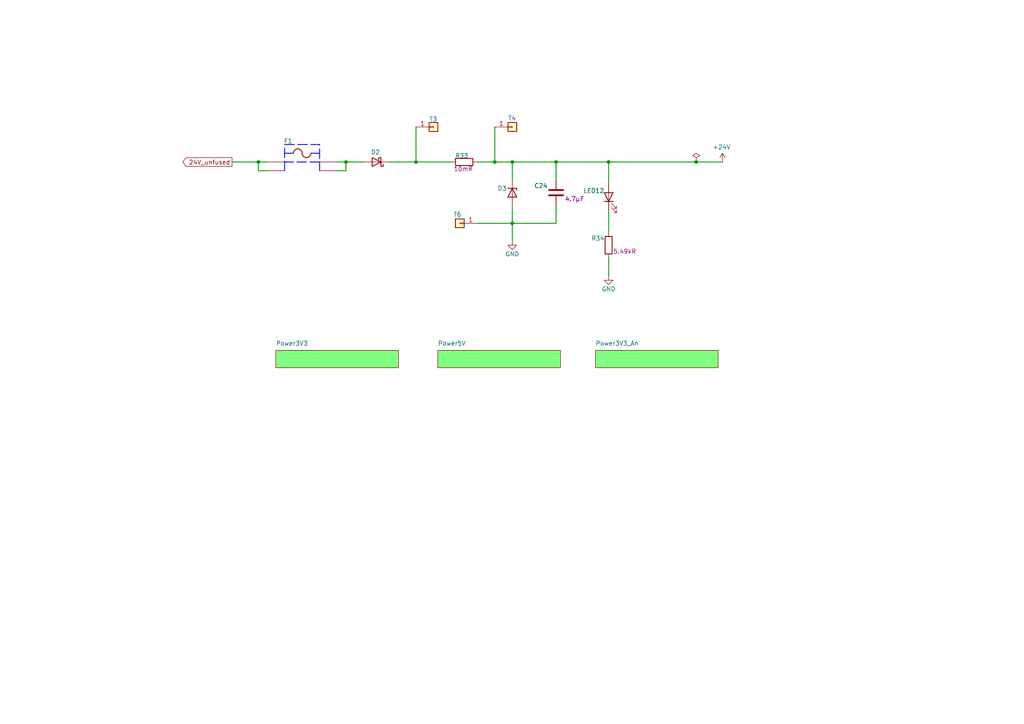
<source format=kicad_sch>
(kicad_sch (version 20231120) (generator "eeschema") (generator_version "8.0")
  (paper "A4")
  (title_block (title "Power") (rev "1"))
  (lib_symbols
    (symbol "Connector_Generic:Conn_01x01" (pin_names (offset 1.016) hide)
      (property "Reference" "J" (at 0 2.54 0))
      (property "Value" "Conn_01x01" (at 0 -2.54 0))
      (symbol "Conn_01x01_1_1"
        (rectangle (start -1.27 0.127) (end 0 -0.127) (stroke (width 0.1524)))
        (rectangle (start -1.27 1.27) (end 1.27 -1.27) (stroke (width 0.254)) (fill (type background)))
        (pin passive line (at -5.08 0 0) (length 3.81) (name "Pin_1") (number "1"))
      )
    )
    (symbol "Device:C" (pin_numbers hide) (pin_names (offset 0.254))
      (property "Reference" "C" (at 0.635 2.54 0))
      (property "Value" "C" (at 0.635 -2.54 0))
      (symbol "C_0_1"
        (polyline (pts (xy -2.032 -0.762) (xy 2.032 -0.762)) (stroke (width 0.508)))
        (polyline (pts (xy -2.032 0.762) (xy 2.032 0.762)) (stroke (width 0.508)))
      )
      (symbol "C_1_1"
        (pin passive line (at 0 3.81 270) (length 2.794) (name "~") (number "1"))
        (pin passive line (at 0 -3.81 90) (length 2.794) (name "~") (number "2"))
      )
    )
    (symbol "Device:D_Schottky" (pin_numbers hide) (pin_names (offset 1.016) hide)
      (property "Reference" "D" (at 0 2.54 0))
      (property "Value" "D_Schottky" (at 0 -2.54 0))
      (symbol "D_Schottky_0_1"
        (polyline (pts (xy 1.27 0) (xy -1.27 0)))
        (polyline (pts (xy 1.27 1.27) (xy 1.27 -1.27) (xy -1.27 0) (xy 1.27 1.27)) (stroke (width 0.254)))
        (polyline (pts (xy -1.905 0.635) (xy -1.905 1.27) (xy -1.27 1.27) (xy -1.27 -1.27) (xy -0.635 -1.27) (xy -0.635 -0.635)) (stroke (width 0.254)))
      )
      (symbol "D_Schottky_1_1"
        (pin passive line (at -3.81 0 0) (length 2.54) (name "K") (number "1"))
        (pin passive line (at 3.81 0 180) (length 2.54) (name "A") (number "2"))
      )
    )
    (symbol "Device:D_Zener" (pin_numbers hide) (pin_names (offset 1.016) hide)
      (property "Reference" "D" (at 0 2.54 0))
      (property "Value" "D_Zener" (at 0 -2.54 0))
      (symbol "D_Zener_0_1"
        (polyline (pts (xy 1.27 0) (xy -1.27 0)))
        (polyline (pts (xy -1.27 -1.27) (xy -1.27 1.27) (xy -0.762 1.27)) (stroke (width 0.254)))
        (polyline (pts (xy 1.27 -1.27) (xy 1.27 1.27) (xy -1.27 0) (xy 1.27 -1.27)) (stroke (width 0.254)))
      )
      (symbol "D_Zener_1_1"
        (pin passive line (at -3.81 0 0) (length 2.54) (name "K") (number "1"))
        (pin passive line (at 3.81 0 180) (length 2.54) (name "A") (number "2"))
      )
    )
    (symbol "Device:LED" (pin_numbers hide) (pin_names (offset 1.016) hide)
      (property "Reference" "D" (at 0 2.54 0))
      (property "Value" "LED" (at 0 -2.54 0))
      (symbol "LED_0_1"
        (polyline (pts (xy -1.27 -1.27) (xy -1.27 1.27)) (stroke (width 0.254)))
        (polyline (pts (xy -1.27 0) (xy 1.27 0)))
        (polyline (pts (xy 1.27 -1.27) (xy 1.27 1.27) (xy -1.27 0) (xy 1.27 -1.27)) (stroke (width 0.254)))
        (polyline (pts (xy -3.048 -0.762) (xy -4.572 -2.286) (xy -3.81 -2.286) (xy -4.572 -2.286) (xy -4.572 -1.524)))
        (polyline (pts (xy -1.778 -0.762) (xy -3.302 -2.286) (xy -2.54 -2.286) (xy -3.302 -2.286) (xy -3.302 -1.524)))
      )
      (symbol "LED_1_1"
        (pin passive line (at -3.81 0 0) (length 2.54) (name "K") (number "1"))
        (pin passive line (at 3.81 0 180) (length 2.54) (name "A") (number "2"))
      )
    )
    (symbol "Device:R" (pin_numbers hide) (pin_names (offset 0))
      (property "Reference" "R" (at 2.032 0 90))
      (property "Value" "R" (at 0 0 90))
      (symbol "R_0_1"
        (rectangle (start -1.016 -2.54) (end 1.016 2.54) (stroke (width 0.254)))
      )
      (symbol "R_1_1"
        (pin passive line (at 0 3.81 270) (length 1.27) (name "~") (number "1"))
        (pin passive line (at 0 -3.81 90) (length 1.27) (name "~") (number "2"))
      )
    )
    (symbol "Untitled-altium-import:root_0_FUSE_HOLDER-4"
      (symbol "root_0_FUSE_HOLDER-4_1_0"
        (polyline (pts (xy 0 -5.08) (xy 0 -7.62)) (stroke (width 0.254) (color 0 0 255 1)))
        (polyline (pts (xy 2.54 -2.54) (xy 0 -2.54)) (stroke (width 0.254) (color 0 0 255 1)))
        (polyline (pts (xy 7.62 -2.54) (xy 10.16 -2.54)) (stroke (width 0.254) (color 0 0 255 1)))
        (polyline (pts (xy 10.16 -5.08) (xy 10.16 -7.62)) (stroke (width 0.254) (color 0 0 255 1)))
        (polyline (pts (xy 0 0) (xy 10.16 0) (xy 10.16 -5.08) (xy 0 -5.08) (xy 0 0)) (stroke (width 0.254) (type dash) (color 0 0 255 1)))
        (arc (start 5.08 -2.54) (mid 3.81 -1.2755) (end 2.54 -2.54) (stroke (width 0.254)))
        (arc (start 5.08 -2.54) (mid 6.35 -3.8045) (end 7.62 -2.54) (stroke (width 0.254)))
        (pin passive line (at -5.08 -5.08 0) (length 5.08) (name "1") (number "1"))
        (pin passive line (at -5.08 -7.62 0) (length 5.08) (name "2") (number "2"))
        (pin passive line (at 15.24 -5.08 180) (length 5.08) (name "3") (number "3"))
        (pin passive line (at 15.24 -7.62 180) (length 5.08) (name "4") (number "4"))
      )
    )
    (symbol "power:+24V" (power) (pin_numbers hide) (pin_names (offset 0) hide)
      (property "Value" "+24V" (at 0 3.556 0))
      (symbol "+24V_0_1"
        (polyline (pts (xy -0.762 1.27) (xy 0 2.54)))
        (polyline (pts (xy 0 0) (xy 0 2.54)))
        (polyline (pts (xy 0 2.54) (xy 0.762 1.27)))
      )
      (symbol "+24V_1_1"
        (pin power_in line (at 0 0 90) (length 0) (name "~") (number "1"))
      )
    )
    (symbol "power:GND" (power) (pin_numbers hide) (pin_names (offset 0) hide)
      (property "Value" "GND" (at 0 -3.81 0))
      (symbol "GND_0_1"
        (polyline (pts (xy 0 0) (xy 0 -1.27) (xy 1.27 -1.27) (xy 0 -2.54) (xy -1.27 -1.27) (xy 0 -1.27)))
      )
      (symbol "GND_1_1"
        (pin power_in line (at 0 0 270) (length 0) (name "~") (number "1"))
      )
    )
    (symbol "power:PWR_FLAG" (power) (pin_numbers hide) (pin_names (offset 0) hide)
      (property "Value" "PWR_FLAG" (at 0 3.81 0))
      (symbol "PWR_FLAG_0_0"
        (pin power_out line (at 0 0 90) (length 0) (name "~") (number "1"))
      )
      (symbol "PWR_FLAG_0_1"
        (polyline (pts (xy 0 0) (xy 0 1.27) (xy -1.016 1.905) (xy 0 2.54) (xy 1.016 1.905) (xy 0 1.27)))
      )
    )
  )
  (junction (at 161.29 46.99))
  (junction (at 100.33 46.99))
  (junction (at 176.53 46.99))
  (junction (at 120.65 46.99))
  (junction (at 148.59 46.99))
  (junction (at 201.93 46.99))
  (junction (at 143.51 46.99))
  (junction (at 74.93 46.99))
  (junction (at 148.59 64.77))
  (wire (pts (xy 138.43 46.99) (xy 143.51 46.99)) (stroke (width 0.254)))
  (wire (pts (xy 176.53 46.99) (xy 201.93 46.99)) (stroke (width 0.254)))
  (wire (pts (xy 74.93 46.99) (xy 74.93 49.53)) (stroke (width 0.254)))
  (wire (pts (xy 97.79 49.53) (xy 100.33 49.53)) (stroke (width 0.254)))
  (wire (pts (xy 143.51 46.99) (xy 148.59 46.99)) (stroke (width 0.254)))
  (wire (pts (xy 161.29 64.77) (xy 148.59 64.77)) (stroke (width 0.254)))
  (wire (pts (xy 100.33 46.99) (xy 97.79 46.99)) (stroke (width 0.254)))
  (wire (pts (xy 120.65 36.83) (xy 120.65 46.99)) (stroke (width 0.254)))
  (wire (pts (xy 74.93 49.53) (xy 77.47 49.53)) (stroke (width 0.254)))
  (wire (pts (xy 161.29 46.99) (xy 176.53 46.99)) (stroke (width 0.254)))
  (wire (pts (xy 148.59 46.99) (xy 148.59 52.07)) (stroke (width 0.254)))
  (wire (pts (xy 176.53 74.93) (xy 176.53 80.01)) (stroke (width 0.254)))
  (wire (pts (xy 74.93 46.99) (xy 77.47 46.99)) (stroke (width 0.254)))
  (wire (pts (xy 113.03 46.99) (xy 120.65 46.99)) (stroke (width 0.254)))
  (wire (pts (xy 100.33 49.53) (xy 100.33 46.99)) (stroke (width 0.254)))
  (wire (pts (xy 100.33 46.99) (xy 105.41 46.99)) (stroke (width 0.254)))
  (wire (pts (xy 161.29 46.99) (xy 161.29 52.07)) (stroke (width 0.254)))
  (wire (pts (xy 148.59 64.77) (xy 148.59 69.85)) (stroke (width 0.254)))
  (wire (pts (xy 143.51 36.83) (xy 143.51 46.99)) (stroke (width 0.254)))
  (wire (pts (xy 161.29 59.69) (xy 161.29 64.77)) (stroke (width 0.254)))
  (wire (pts (xy 148.59 46.99) (xy 161.29 46.99)) (stroke (width 0.254)))
  (wire (pts (xy 176.53 53.34) (xy 176.53 46.99)) (stroke (width 0.254)))
  (wire (pts (xy 176.53 60.96) (xy 176.53 67.31)) (stroke (width 0.254)))
  (wire (pts (xy 138.43 64.77) (xy 148.59 64.77)) (stroke (width 0.254)))
  (wire (pts (xy 130.81 46.99) (xy 120.65 46.99)) (stroke (width 0.254)))
  (wire (pts (xy 201.93 46.99) (xy 209.55 46.99)) (stroke (width 0.254)))
  (wire (pts (xy 67.31 46.99) (xy 74.93 46.99)) (stroke (width 0.254)))
  (wire (pts (xy 148.59 59.69) (xy 148.59 64.77)) (stroke (width 0.254)))
  (global_label "24V_unfused" (shape output) (at 67.31 46.99 180) (property "Intersheetrefs" "${INTERSHEET_REFS}" (effects (hide yes))))
  (symbol (lib_id "Connector_Generic:Conn_01x01") (at 125.73 36.83 0) (unit 1) (in_bom no)
    (property "Reference" "T3" (at 124.46 35.306 0) (effects (justify left bottom)))
    (property "Value" "Conn_01x01" (effects (hide yes)))
    (property "Footprint" "TestPoint:TestPoint_THTPad_D1.5mm_Drill0.7mm" (effects (hide yes)))
    (property "Description" "Generic connector, single row, 01x01, script generated (kicad-library-utils/schlib/autogen/connector/)" (effects (hide yes)))
  )
  (symbol (lib_id "Connector_Generic:Conn_01x01") (at 148.59 36.83 0) (unit 1) (in_bom no)
    (property "Reference" "T4" (at 147.32 35.052 0) (effects (justify left bottom)))
    (property "Value" "Conn_01x01" (effects (hide yes)))
    (property "Footprint" "TestPoint:TestPoint_THTPad_D1.5mm_Drill0.7mm" (effects (hide yes)))
    (property "Description" "Generic connector, single row, 01x01, script generated (kicad-library-utils/schlib/autogen/connector/)" (effects (hide yes)))
  )
  (symbol (lib_id "Device:C") (at 161.29 55.88 0) (unit 1)
    (property "Reference" "C24" (at 154.94 54.61 0) (effects (justify left bottom)))
    (property "Value" "4.7µF" (effects (hide yes)))
    (property "Footprint" "Capacitor_SMD:C_0805_2012Metric_Pad1.18x1.45mm_HandSolder" (effects (hide yes)))
    (property "Description" "GRM21BZ71H475KE15L" (effects (hide yes)))
    (property "ALTIUM_VALUE" "4.7µF" (at 163.83 58.42 0) (effects (justify left bottom)))
    (property "CAPACITOR TYPE" "Ceramic" (effects (hide yes)))
    (property "CASE/PACKAGE" "0805" (effects (hide yes)))
    (property "DIELECTRIC MATERIAL" "Ceramic" (effects (hide yes)))
    (property "JESD-609 CODE" "e3" (effects (hide yes)))
    (property "MAX OPERATING TEMPERATURE" "125°C" (effects (hide yes)))
    (property "MIN OPERATING TEMPERATURE" "-55°C" (effects (hide yes)))
    (property "MOUNTING TECHNOLOGY" "Surface Mount" (effects (hide yes)))
    (property "MULTILAYER" "Yes" (effects (hide yes)))
    (property "PACKAGE SHAPE" "Rectangular" (effects (hide yes)))
    (property "PACKAGING" "Tape and Reel" (effects (hide yes)))
    (property "PINS" "2" (effects (hide yes)))
    (property "RATED DC VOLTAGE (URDC)" "50V" (effects (hide yes)))
    (property "REACH SVHC COMPLIANT" "Yes" (effects (hide yes)))
    (property "ROHS COMPLIANT" "Yes" (effects (hide yes)))
    (property "TEMPERATURE CHARACTERISTICS CODE" "X7R" (effects (hide yes)))
    (property "TERMINAL FINISH" "Nickel" (effects (hide yes)))
    (property "TERMINATION" "Wraparound" (effects (hide yes)))
    (property "TOLERANCE  (FILL IN AS +-)" "10%" (effects (hide yes)))
    (property "TOLERANCE (FILL IN AS +-)" "10%" (effects (hide yes)))
  )
  (symbol (lib_id "Device:D_Schottky") (at 109.22 46.99 180) (unit 1)
    (property "Reference" "D2" (at 110.236 43.434 0) (effects (justify left bottom)))
    (property "Value" "BYS10-25-E3" (effects (hide yes)))
    (property "Footprint" "Diode_SMD:D_SMA_Handsoldering" (effects (hide yes)))
    (property "ADDITIONAL FEATURE" "HIGH RELIABILITY" (effects (hide yes)))
    (property "DIODE ELEMENT MATERIAL" "SILICON" (effects (hide yes)))
    (property "DIODE TYPE" "RECTIFIER" (effects (hide yes)))
    (property "FORWARD VOLTAGE" "1.1V" (effects (hide yes)))
    (property "JESD-30 CODE" "R-PDSO-C2" (effects (hide yes)))
    (property "JESD-609 CODE" "e3" (effects (hide yes)))
    (property "MAX OPERATING TEMPERATURE" "150°C" (effects (hide yes)))
    (property "MAX OUTPUT CURRENT" "1A" (effects (hide yes)))
    (property "MIN OPERATING TEMPERATURE" "-65°C" (effects (hide yes)))
    (property "MOISTURE SENSITIVITY LEVEL" "1" (effects (hide yes)))
    (property "NON-REP PK FORWARD CURRENT-MAX" "30A" (effects (hide yes)))
    (property "NUMBER OF ELEMENTS" "1" (effects (hide yes)))
    (property "PACKAGE BODY MATERIAL" "Plastic" (effects (hide yes)))
    (property "PACKAGE SHAPE" "Rectangular" (effects (hide yes)))
    (property "PACKAGE STYLE" "SMALL OUTLINEMeter" (effects (hide yes)))
    (property "PEAK REFLOW TEMPERATURE (CEL)" "260°C" (effects (hide yes)))
    (property "PINS" "2" (effects (hide yes)))
    (property "QUALIFICATION STATUS" "Not Qualified" (effects (hide yes)))
    (property "REACH SVHC COMPLIANT" "No" (effects (hide yes)))
    (property "REP PK REVERSE VOLTAGE-MAX" "1kV" (effects (hide yes)))
    (property "REVERSE RECOVERY TIME-MAX" "3us" (effects (hide yes)))
    (property "ROHS COMPLIANT" "Yes" (effects (hide yes)))
    (property "SURFACE MOUNT" "Yes" (effects (hide yes)))
    (property "TERMINAL FINISH" "Tin" (effects (hide yes)))
    (property "TERMINAL FORM" "C BEND" (effects (hide yes)))
    (property "TERMINAL POSITION" "DUAL" (effects (hide yes)))
    (property "TIME @ PEAK REFLOW TEMPERATURE-MAX (S)" "40s" (effects (hide yes)))
  )
  (symbol (lib_id "power:+24V") (at 209.55 46.99 0) (unit 1)
    (property "Reference" "#PWR010" (effects (hide yes)))
    (property "Value" "+24V" (at 209.296 42.672 0))
    (property "Description" "Power symbol creates a global label with name \"+24V\"" (effects (hide yes)))
  )
  (symbol (lib_id "Device:R") (at 134.62 46.99 90) (unit 1)
    (property "Reference" "R33" (at 135.89 44.45 90) (effects (justify left bottom)))
    (property "Value" "10mR" (effects (hide yes)))
    (property "Footprint" "Resistor_SMD:R_0805_2012Metric_Pad1.20x1.40mm_HandSolder" (effects (hide yes)))
    (property "Description" "WSL0805R0100FEA18" (effects (hide yes)))
    (property "MIN OPERATING TEMPERATURE" "-65°C" (effects (hide yes)))
    (property "TOLERANCE" "1%" (effects (hide yes)))
    (property "ROHS COMPLIANT" "Yes" (effects (hide yes)))
    (property "TEMPERATURE COEFFICIENT" "75ppm/°C" (effects (hide yes)))
    (property "CASE/PACKAGE" "0805" (effects (hide yes)))
    (property "MAX OPERATING TEMPERATURE" "170°C" (effects (hide yes)))
    (property "RESISTOR TYPE" "FIXED RESISTOR" (effects (hide yes)))
    (property "PACKAGING" "Tape and Reel" (effects (hide yes)))
    (property "CONSTRUCTION" "Rectangular" (effects (hide yes)))
    (property "JESD-609 CODE" "e3" (effects (hide yes)))
    (property "MOUNTING TECHNOLOGY" "Surface Mount" (effects (hide yes)))
    (property "PACKAGE HEIGHT" "0.33mm" (effects (hide yes)))
    (property "PACKAGE LENGTH" "2.03mm" (effects (hide yes)))
    (property "PACKAGE STYLE" "SMTMeter" (effects (hide yes)))
    (property "PACKAGE WIDTH" "1.27mm" (effects (hide yes)))
    (property "PINS" "2" (effects (hide yes)))
    (property "POWER" "250mW" (effects (hide yes)))
    (property "RATED TEMPERATURE" "70°C" (effects (hide yes)))
    (property "REACH SVHC COMPLIANT" "Yes" (effects (hide yes)))
    (property "TECHNOLOGY" "METAL STRIP" (effects (hide yes)))
    (property "TERMINAL FINISH" "Nickel" (effects (hide yes)))
    (property "TERMINATION" "Wraparound" (effects (hide yes)))
    (property "ALTIUM_VALUE" "10mR" (at 137.16 48.26 90) (effects (justify left bottom)))
  )
  (symbol (lib_id "Untitled-altium-import:root_0_FUSE_HOLDER-4") (at 82.55 41.91 0) (unit 1)
    (property "Reference" "F1" (at 82.296 41.656 0) (effects (justify left bottom)))
    (property "Value" "3557-2" (effects (hide yes)))
    (property "Footprint" "Vault:KSTN-3557-2" (effects (hide yes)))
    (property "NUMBER OF CIRCUITS" "1" (effects (hide yes)))
    (property "DATASHEET URL" "http://datasheet.octopart.com/3557-2-Keystone-datasheet-15715937.pdf" (effects (hide yes)))
    (property "VOLTAGE" "500V" (effects (hide yes)))
    (property "ORIENTATION" "Vertical" (effects (hide yes)))
    (property "FAMILY" "Fuseholders" (effects (hide yes)))
    (property "DATASHEET VERSION" "Apr-13" (effects (hide yes)))
    (property "CONTACT FINISH" "TinNickel" (effects (hide yes)))
    (property "FUSEHOLDER TYPE" "Block" (effects (hide yes)))
    (property "FUSE TYPE" "Blade" (effects (hide yes)))
    (property "MOUNTING TYPE" "PCB" (effects (hide yes)))
    (property "FUSE SIZE" "0.43\"Lx0.15\"Wx0.64\"H(10.92mmx3.81mmx16.25mm)" (effects (hide yes)))
    (property "SERIES" "-" (effects (hide yes)))
    (property "CATEGORY" "CircuitProtection" (effects (hide yes)))
    (property "TERMINATION STYLE" "PCPin" (effects (hide yes)))
    (property "FOR USE WITH/RELATED PRODUCTS" "ATC,ATO257,MINI897" (effects (hide yes)))
    (property "MANUFACTURER" "Keystone-Electronics" (effects (hide yes)))
    (property "CONTACT MATERIAL" "Brass" (effects (hide yes)))
    (property "CURRENT RATING" "30A" (effects (hide yes)))
    (property "MANUFACTURER URL" "http://www.keyelco.com/" (effects (hide yes)))
  )
  (symbol (lib_id "Device:D_Zener") (at 148.59 55.88 270) (unit 1)
    (property "Reference" "D3" (at 144.272 55.372 90) (effects (justify left bottom)))
    (property "Value" "1SMA5934BT3G" (effects (hide yes)))
    (property "Footprint" "Diode_SMD:D_SMA_Handsoldering" (effects (hide yes)))
    (property "PACKING" "Tape and Reel" (effects (hide yes)))
    (property "PACKAGEREFERENCE" "SMA-2-403D-02_F" (effects (hide yes)))
    (property "COMPONENTLINK1DESCRIPTION" "Manufacturer URL" (effects (hide yes)))
    (property "VZ TYP (V)" "24" (effects (hide yes)))
    (property "COMPONENTLINK2URL" "http://www.onsemi.com/pub_link/Collateral/1SMA5913BT3-D.PDF" (effects (hide yes)))
    (property "PACKAGEDESCRIPTION" "2-Pin Small Molded Package, J-Bend Lead, Body 2.605 x 4.315 mm" (effects (hide yes)))
    (property "COMPONENTLINK2DESCRIPTION" "Datasheet" (effects (hide yes)))
    (property "PACKAGEVERSION" "Rev. F, 11/2008" (effects (hide yes)))
    (property "ROHS" "Pb-Free" (effects (hide yes)))
    (property "COMPONENTLINK3DESCRIPTION" "Package Specification" (effects (hide yes)))
    (property "DATASHEETVERSION" "Rev. 8" (effects (hide yes)))
    (property "PARTNUMBER" "1SMA5934BT3G" (effects (hide yes)))
    (property "MANUFACTURER" "On Semiconductor" (effects (hide yes)))
    (property "COMPONENTLINK1URL" "http://www.onsemi.com/" (effects (hide yes)))
    (property "MOUNTING TECHNOLOGY" "Surface Mount" (effects (hide yes)))
    (property "COMPONENTLINK3URL" "http://www.onsemi.com/pub_link/Collateral/1SMA5913BT3-D.PDF" (effects (hide yes)))
  )
  (symbol (lib_id "Device:R") (at 176.53 71.12 0) (unit 1)
    (property "Reference" "R34" (at 171.45 69.85 0) (effects (justify left bottom)))
    (property "Value" "5.49kR" (effects (hide yes)))
    (property "Footprint" "Resistor_SMD:R_0805_2012Metric_Pad1.20x1.40mm_HandSolder" (effects (hide yes)))
    (property "Description" "AC0805FR-075K49L" (effects (hide yes)))
    (property "TOLERANCE" "0.01" (effects (hide yes)))
    (property "DEVICE CLASS L3" "Chip SMD Resistors" (effects (hide yes)))
    (property "AUTOMOTIVE" "Yes" (effects (hide yes)))
    (property "ROHS" "TRUE" (effects (hide yes)))
    (property "AUTOMOTIVE GRADE" "Grade 0" (effects (hide yes)))
    (property "MANUFACTURER PART NUMBER" "AC0805FR-075K49L" (effects (hide yes)))
    (property "HEIGHT" "0.6mm" (effects (hide yes)))
    (property "MANUFACTURER" "Yageo" (effects (hide yes)))
    (property "PACKAGE" "AC0805" (effects (hide yes)))
    (property "COMPOSITION" "Thick Film" (effects (hide yes)))
    (property "DEVICE CLASS L1" "Passive Components" (effects (hide yes)))
    (property "TEMPERATURE" "-55°C to +155°C" (effects (hide yes)))
    (property "COMPONENTLINK2URL" "http://www.yageo.com/documents/recent/PYu-AC_51_RoHS_L_6.pdf" (effects (hide yes)))
    (property "IPC LAND PATTERN NAME" "RESC200125X50" (effects (hide yes)))
    (property "CATEGORY" "Res" (effects (hide yes)))
    (property "ALTIUM_VALUE" "5.49kR" (at 177.8 73.66 0) (effects (justify left bottom)))
    (property "OCTOPART" "https://octopart.com/ac0805fr-075k49l-yageo-71367778" (effects (hide yes)))
    (property "RESISTANCE" "5.49KΩ" (effects (hide yes)))
    (property "COMPONENTLINK2DESCRIPTION" "Datasheet" (effects (hide yes)))
    (property "SERIES" "AC" (effects (hide yes)))
    (property "TEMPERATURE RANGE HIGH" "+155°C" (effects (hide yes)))
    (property "DIGIKEY DESCRIPTION" "Res SMD 5.49K Ohm 1% 1/8W 0805" (effects (hide yes)))
    (property "FOOTPRINT URL" "http://www.yageo.com/exep/pages/download/literatures/PYu-R_Mount_10.pdf" (effects (hide yes)))
    (property "VOLTAGE RATING" "150V" (effects (hide yes)))
    (property "POWER RATING" "1/8W" (effects (hide yes)))
    (property "TEMPERATURE RANGE LOW" "-55°C" (effects (hide yes)))
    (property "DEVICE CLASS L2" "Resistors" (effects (hide yes)))
    (property "LEAD FREE" "Yes" (effects (hide yes)))
  )
  (symbol (lib_id "Device:LED") (at 176.53 57.15 90) (unit 1)
    (property "Reference" "LED12" (at 175.26 54.61 90) (effects (justify left bottom)))
    (property "Value" "SMLMN2WB1CW1" (effects (hide yes)))
    (property "Footprint" "LED_SMD:LED_0805_2012Metric_Pad1.15x1.40mm_HandSolder" (effects (hide yes)))
    (property "Description" "White LED" (effects (hide yes)))
    (property "DATASHEET LINK" "https://componentsearchengine.com/Datasheets/1/SMLMN2WB1CW1.pdf" (effects (hide yes)))
    (property "HEIGHT" "1mm" (effects (hide yes)))
    (property "MANUFACTURER_NAME" "ROHM Semiconductor" (effects (hide yes)))
    (property "MANUFACTURER_PART_NUMBER" "SMLMN2WB1CW1" (effects (hide yes)))
    (property "MOUSER PART NUMBER" "755-SMLMN2WB1CW1C" (effects (hide yes)))
    (property "MOUSER PRICE/STOCK" "https://www.mouser.co.uk/ProductDetail/ROHM-Semiconductor/SMLMN2WB1CW1?qs=HXFqYaX1Q2xViTuJn4O8Qw%3D%3D" (effects (hide yes)))
    (property "COLOUR" "White" (effects (hide yes)))
  )
  (symbol (lib_id "power:GND") (at 176.53 80.01 0) (unit 1)
    (property "Reference" "#PWR?" (effects (hide yes)))
    (property "Value" "GND" (at 176.53 83.82 0))
    (property "Description" "Power symbol creates a global label with name \"GND\" , ground" (effects (hide yes)))
  )
  (symbol (lib_id "Connector_Generic:Conn_01x01") (at 133.35 64.77 180) (unit 1) (in_bom no)
    (property "Reference" "T6" (at 133.858 61.468 0) (effects (justify left bottom)))
    (property "Value" "Conn_01x01" (effects (hide yes)))
    (property "Footprint" "TestPoint:TestPoint_THTPad_D1.5mm_Drill0.7mm" (effects (hide yes)))
    (property "Description" "Generic connector, single row, 01x01, script generated (kicad-library-utils/schlib/autogen/connector/)" (effects (hide yes)))
  )
  (symbol (lib_id "power:PWR_FLAG") (at 201.93 46.99 0) (unit 1)
    (property "Reference" "#FLG03" (effects (hide yes)))
    (property "Value" "PWR_FLAG" (effects (hide yes)))
    (property "Description" "Special symbol for telling ERC where power comes from" (effects (hide yes)))
  )
  (symbol (lib_id "power:GND") (at 148.59 69.85 0) (unit 1)
    (property "Reference" "#PWR?" (effects (hide yes)))
    (property "Value" "GND" (at 148.59 73.66 0))
    (property "Description" "Power symbol creates a global label with name \"GND\" , ground" (effects (hide yes)))
  )
  (sheet (at 80.01 101.6) (size 35.56 5.08) (stroke (width 0) (color 128 0 0 1)) (fill (color 128 255 128 1.0000))
    (property "Sheetname" "Power3V3" (at 80.01 100.33 0) (effects (justify left bottom)))
    (property "Sheetfile" "Power3V3.kicad_sch" (effects (hide yes)))
  )
  (sheet (at 127 101.6) (size 35.56 5.08) (stroke (width 0) (color 128 0 0 1)) (fill (color 128 255 128 1.0000))
    (property "Sheetname" "Power5V" (at 127 100.33 0) (effects (justify left bottom)))
    (property "Sheetfile" "Power5V.kicad_sch" (effects (hide yes)))
  )
  (sheet (at 172.72 101.6) (size 35.56 5.08) (stroke (width 0) (color 128 0 0 1)) (fill (color 128 255 128 1.0000))
    (property "Sheetname" "Power3V3_An" (at 172.72 100.33 0) (effects (justify left bottom)))
    (property "Sheetfile" "Power3V3_An.kicad_sch" (effects (hide yes)))
  )
)
</source>
